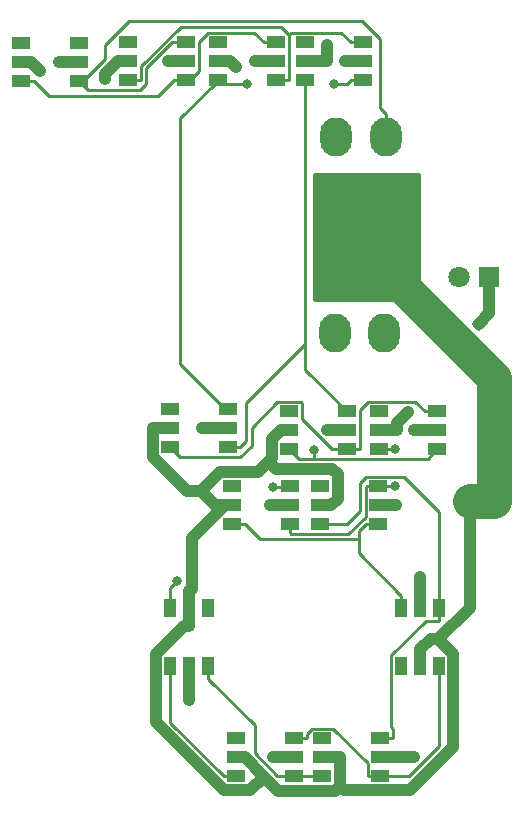
<source format=gbr>
G04 #@! TF.GenerationSoftware,KiCad,Pcbnew,(5.1.6)-1*
G04 #@! TF.CreationDate,2021-08-23T12:19:07+10:00*
G04 #@! TF.ProjectId,AV COOL PCB V2,41562043-4f4f-44c2-9050-43422056322e,rev?*
G04 #@! TF.SameCoordinates,Original*
G04 #@! TF.FileFunction,Copper,L1,Top*
G04 #@! TF.FilePolarity,Positive*
%FSLAX46Y46*%
G04 Gerber Fmt 4.6, Leading zero omitted, Abs format (unit mm)*
G04 Created by KiCad (PCBNEW (5.1.6)-1) date 2021-08-23 12:19:07*
%MOMM*%
%LPD*%
G01*
G04 APERTURE LIST*
G04 #@! TA.AperFunction,SMDPad,CuDef*
%ADD10R,1.000000X1.500000*%
G04 #@! TD*
G04 #@! TA.AperFunction,SMDPad,CuDef*
%ADD11R,1.500000X1.000000*%
G04 #@! TD*
G04 #@! TA.AperFunction,ComponentPad*
%ADD12O,2.700000X3.300000*%
G04 #@! TD*
G04 #@! TA.AperFunction,ComponentPad*
%ADD13C,1.800000*%
G04 #@! TD*
G04 #@! TA.AperFunction,ComponentPad*
%ADD14R,1.800000X1.800000*%
G04 #@! TD*
G04 #@! TA.AperFunction,ViaPad*
%ADD15C,1.000000*%
G04 #@! TD*
G04 #@! TA.AperFunction,ViaPad*
%ADD16C,0.800000*%
G04 #@! TD*
G04 #@! TA.AperFunction,Conductor*
%ADD17C,1.000000*%
G04 #@! TD*
G04 #@! TA.AperFunction,Conductor*
%ADD18C,3.000000*%
G04 #@! TD*
G04 #@! TA.AperFunction,Conductor*
%ADD19C,0.250000*%
G04 #@! TD*
G04 #@! TA.AperFunction,Conductor*
%ADD20C,0.254000*%
G04 #@! TD*
G04 APERTURE END LIST*
D10*
G04 #@! TO.P,D14,1*
G04 #@! TO.N,Net-(D14-Pad1)*
X226136000Y-85180000D03*
G04 #@! TO.P,D14,2*
G04 #@! TO.N,/LED+5V*
X224536000Y-85180000D03*
G04 #@! TO.P,D14,3*
G04 #@! TO.N,/DATAOUT*
X222936000Y-85180000D03*
G04 #@! TO.P,D14,6*
G04 #@! TO.N,Net-(D12-Pad3)*
X226136000Y-90080000D03*
G04 #@! TO.P,D14,5*
G04 #@! TO.N,/LEDGND*
X224536000Y-90080000D03*
G04 #@! TO.P,D14,4*
G04 #@! TO.N,Net-(D13-Pad3)*
X222936000Y-90080000D03*
G04 #@! TD*
D11*
G04 #@! TO.P,D13,1*
G04 #@! TO.N,Net-(D13-Pad1)*
X228526000Y-96190000D03*
G04 #@! TO.P,D13,2*
G04 #@! TO.N,/LED+5V*
X228526000Y-97790000D03*
G04 #@! TO.P,D13,3*
G04 #@! TO.N,Net-(D13-Pad3)*
X228526000Y-99390000D03*
G04 #@! TO.P,D13,6*
G04 #@! TO.N,Net-(D11-Pad3)*
X233426000Y-96190000D03*
G04 #@! TO.P,D13,5*
G04 #@! TO.N,/LEDGND*
X233426000Y-97790000D03*
G04 #@! TO.P,D13,4*
G04 #@! TO.N,Net-(D12-Pad3)*
X233426000Y-99390000D03*
G04 #@! TD*
G04 #@! TO.P,D12,1*
G04 #@! TO.N,Net-(D12-Pad1)*
X235802000Y-96190000D03*
G04 #@! TO.P,D12,2*
G04 #@! TO.N,/LED+5V*
X235802000Y-97790000D03*
G04 #@! TO.P,D12,3*
G04 #@! TO.N,Net-(D12-Pad3)*
X235802000Y-99390000D03*
G04 #@! TO.P,D12,6*
G04 #@! TO.N,Net-(D10-Pad3)*
X240702000Y-96190000D03*
G04 #@! TO.P,D12,5*
G04 #@! TO.N,/LEDGND*
X240702000Y-97790000D03*
G04 #@! TO.P,D12,4*
G04 #@! TO.N,Net-(D11-Pad3)*
X240702000Y-99390000D03*
G04 #@! TD*
D10*
G04 #@! TO.P,D11,1*
G04 #@! TO.N,Net-(D11-Pad1)*
X242494000Y-90080000D03*
G04 #@! TO.P,D11,2*
G04 #@! TO.N,/LED+5V*
X244094000Y-90080000D03*
G04 #@! TO.P,D11,3*
G04 #@! TO.N,Net-(D11-Pad3)*
X245694000Y-90080000D03*
G04 #@! TO.P,D11,6*
G04 #@! TO.N,Net-(D10-Pad4)*
X242494000Y-85180000D03*
G04 #@! TO.P,D11,5*
G04 #@! TO.N,/LEDGND*
X244094000Y-85180000D03*
G04 #@! TO.P,D11,4*
G04 #@! TO.N,Net-(D10-Pad3)*
X245694000Y-85180000D03*
G04 #@! TD*
D11*
G04 #@! TO.P,D10,1*
G04 #@! TO.N,Net-(D10-Pad1)*
X235638000Y-74854000D03*
G04 #@! TO.P,D10,2*
G04 #@! TO.N,/LED+5V*
X235638000Y-76454000D03*
G04 #@! TO.P,D10,3*
G04 #@! TO.N,Net-(D10-Pad3)*
X235638000Y-78054000D03*
G04 #@! TO.P,D10,6*
G04 #@! TO.N,Net-(D10-Pad6)*
X240538000Y-74854000D03*
G04 #@! TO.P,D10,5*
G04 #@! TO.N,/LEDGND*
X240538000Y-76454000D03*
G04 #@! TO.P,D10,4*
G04 #@! TO.N,Net-(D10-Pad4)*
X240538000Y-78054000D03*
G04 #@! TD*
G04 #@! TO.P,D9,1*
G04 #@! TO.N,Net-(D9-Pad1)*
X228182000Y-74854000D03*
G04 #@! TO.P,D9,2*
G04 #@! TO.N,/LED+5V*
X228182000Y-76454000D03*
G04 #@! TO.P,D9,3*
G04 #@! TO.N,Net-(D10-Pad4)*
X228182000Y-78054000D03*
G04 #@! TO.P,D9,6*
G04 #@! TO.N,Net-(D7-Pad3)*
X233082000Y-74854000D03*
G04 #@! TO.P,D9,5*
G04 #@! TO.N,/LEDGND*
X233082000Y-76454000D03*
G04 #@! TO.P,D9,4*
G04 #@! TO.N,Net-(D10-Pad6)*
X233082000Y-78054000D03*
G04 #@! TD*
G04 #@! TO.P,D8,1*
G04 #@! TO.N,Net-(D8-Pad1)*
X240628000Y-68504000D03*
G04 #@! TO.P,D8,2*
G04 #@! TO.N,/LED+5V*
X240628000Y-70104000D03*
G04 #@! TO.P,D8,3*
G04 #@! TO.N,Net-(D10-Pad6)*
X240628000Y-71704000D03*
G04 #@! TO.P,D8,6*
G04 #@! TO.N,Net-(D6-Pad3)*
X245528000Y-68504000D03*
G04 #@! TO.P,D8,5*
G04 #@! TO.N,/LEDGND*
X245528000Y-70104000D03*
G04 #@! TO.P,D8,4*
G04 #@! TO.N,Net-(D7-Pad3)*
X245528000Y-71704000D03*
G04 #@! TD*
G04 #@! TO.P,D7,1*
G04 #@! TO.N,Net-(D7-Pad1)*
X233008000Y-68504000D03*
G04 #@! TO.P,D7,2*
G04 #@! TO.N,/LED+5V*
X233008000Y-70104000D03*
G04 #@! TO.P,D7,3*
G04 #@! TO.N,Net-(D7-Pad3)*
X233008000Y-71704000D03*
G04 #@! TO.P,D7,6*
G04 #@! TO.N,Net-(D5-Pad3)*
X237908000Y-68504000D03*
G04 #@! TO.P,D7,5*
G04 #@! TO.N,/LEDGND*
X237908000Y-70104000D03*
G04 #@! TO.P,D7,4*
G04 #@! TO.N,Net-(D6-Pad3)*
X237908000Y-71704000D03*
G04 #@! TD*
G04 #@! TO.P,D6,1*
G04 #@! TO.N,Net-(D6-Pad1)*
X222938000Y-68326000D03*
G04 #@! TO.P,D6,2*
G04 #@! TO.N,/LED+5V*
X222938000Y-69926000D03*
G04 #@! TO.P,D6,3*
G04 #@! TO.N,Net-(D6-Pad3)*
X222938000Y-71526000D03*
G04 #@! TO.P,D6,6*
G04 #@! TO.N,Net-(D4-Pad3)*
X227838000Y-68326000D03*
G04 #@! TO.P,D6,5*
G04 #@! TO.N,/LEDGND*
X227838000Y-69926000D03*
G04 #@! TO.P,D6,4*
G04 #@! TO.N,Net-(D5-Pad3)*
X227838000Y-71526000D03*
G04 #@! TD*
G04 #@! TO.P,D5,1*
G04 #@! TO.N,Net-(D5-Pad1)*
X234368000Y-37262000D03*
G04 #@! TO.P,D5,2*
G04 #@! TO.N,/LED+5V*
X234368000Y-38862000D03*
G04 #@! TO.P,D5,3*
G04 #@! TO.N,Net-(D5-Pad3)*
X234368000Y-40462000D03*
G04 #@! TO.P,D5,6*
G04 #@! TO.N,Net-(D3-Pad3)*
X239268000Y-37262000D03*
G04 #@! TO.P,D5,5*
G04 #@! TO.N,/LEDGND*
X239268000Y-38862000D03*
G04 #@! TO.P,D5,4*
G04 #@! TO.N,Net-(D4-Pad3)*
X239268000Y-40462000D03*
G04 #@! TD*
G04 #@! TO.P,D4,1*
G04 #@! TO.N,Net-(D4-Pad1)*
X227002000Y-37262000D03*
G04 #@! TO.P,D4,2*
G04 #@! TO.N,/LED+5V*
X227002000Y-38862000D03*
G04 #@! TO.P,D4,3*
G04 #@! TO.N,Net-(D4-Pad3)*
X227002000Y-40462000D03*
G04 #@! TO.P,D4,6*
G04 #@! TO.N,Net-(D2-Pad3)*
X231902000Y-37262000D03*
G04 #@! TO.P,D4,5*
G04 #@! TO.N,/LEDGND*
X231902000Y-38862000D03*
G04 #@! TO.P,D4,4*
G04 #@! TO.N,Net-(D3-Pad3)*
X231902000Y-40462000D03*
G04 #@! TD*
G04 #@! TO.P,D3,1*
G04 #@! TO.N,Net-(D3-Pad1)*
X219382000Y-37262000D03*
G04 #@! TO.P,D3,2*
G04 #@! TO.N,/LED+5V*
X219382000Y-38862000D03*
G04 #@! TO.P,D3,3*
G04 #@! TO.N,Net-(D3-Pad3)*
X219382000Y-40462000D03*
G04 #@! TO.P,D3,6*
G04 #@! TO.N,/DATAIN*
X224282000Y-37262000D03*
G04 #@! TO.P,D3,5*
G04 #@! TO.N,/LEDGND*
X224282000Y-38862000D03*
G04 #@! TO.P,D3,4*
G04 #@! TO.N,Net-(D2-Pad3)*
X224282000Y-40462000D03*
G04 #@! TD*
G04 #@! TO.P,D2,1*
G04 #@! TO.N,Net-(D2-Pad1)*
X210312000Y-37338000D03*
G04 #@! TO.P,D2,2*
G04 #@! TO.N,/LED+5V*
X210312000Y-38938000D03*
G04 #@! TO.P,D2,3*
G04 #@! TO.N,Net-(D2-Pad3)*
X210312000Y-40538000D03*
G04 #@! TO.P,D2,6*
G04 #@! TO.N,Net-(D2-Pad6)*
X215212000Y-37338000D03*
G04 #@! TO.P,D2,5*
G04 #@! TO.N,/LEDGND*
X215212000Y-38938000D03*
G04 #@! TO.P,D2,4*
G04 #@! TO.N,/DATAIN*
X215212000Y-40538000D03*
G04 #@! TD*
G04 #@! TO.P,R1,2*
G04 #@! TO.N,/LED+5V*
G04 #@! TA.AperFunction,SMDPad,CuDef*
G36*
G01*
X248032163Y-61739445D02*
X248394556Y-62101837D01*
G75*
G02*
X248394556Y-62411197I-154680J-154680D01*
G01*
X248085197Y-62720556D01*
G75*
G02*
X247775837Y-62720556I-154680J154680D01*
G01*
X247413444Y-62358163D01*
G75*
G02*
X247413444Y-62048803I154680J154680D01*
G01*
X247722803Y-61739444D01*
G75*
G02*
X248032163Y-61739444I154680J-154680D01*
G01*
G37*
G04 #@! TD.AperFunction*
G04 #@! TO.P,R1,1*
G04 #@! TO.N,Net-(D1-Pad1)*
G04 #@! TA.AperFunction,SMDPad,CuDef*
G36*
G01*
X249145857Y-60625751D02*
X249508250Y-60988143D01*
G75*
G02*
X249508250Y-61297503I-154680J-154680D01*
G01*
X249198891Y-61606862D01*
G75*
G02*
X248889531Y-61606862I-154680J154680D01*
G01*
X248527138Y-61244469D01*
G75*
G02*
X248527138Y-60935109I154680J154680D01*
G01*
X248836497Y-60625750D01*
G75*
G02*
X249145857Y-60625750I154680J-154680D01*
G01*
G37*
G04 #@! TD.AperFunction*
G04 #@! TD*
D12*
G04 #@! TO.P,J2,4*
G04 #@! TO.N,/DATAOUT*
X236846000Y-61888000D03*
G04 #@! TO.P,J2,3*
G04 #@! TO.N,/LEDGND*
X241046000Y-61888000D03*
G04 #@! TO.P,J2,2*
G04 #@! TO.N,/LED+5V*
X236846000Y-56388000D03*
G04 #@! TO.P,J2,1*
G04 #@! TA.AperFunction,ComponentPad*
G36*
G01*
X242396000Y-54988001D02*
X242396000Y-57787999D01*
G75*
G02*
X242145999Y-58038000I-250001J0D01*
G01*
X239946001Y-58038000D01*
G75*
G02*
X239696000Y-57787999I0J250001D01*
G01*
X239696000Y-54988001D01*
G75*
G02*
X239946001Y-54738000I250001J0D01*
G01*
X242145999Y-54738000D01*
G75*
G02*
X242396000Y-54988001I0J-250001D01*
G01*
G37*
G04 #@! TD.AperFunction*
G04 #@! TD*
G04 #@! TO.P,J1,4*
G04 #@! TO.N,/DATAIN*
X241182000Y-45300000D03*
G04 #@! TO.P,J1,3*
G04 #@! TO.N,/LEDGND*
X236982000Y-45300000D03*
G04 #@! TO.P,J1,2*
G04 #@! TO.N,/LED+5V*
X241182000Y-50800000D03*
G04 #@! TO.P,J1,1*
G04 #@! TA.AperFunction,ComponentPad*
G36*
G01*
X235632000Y-52199999D02*
X235632000Y-49400001D01*
G75*
G02*
X235882001Y-49150000I250001J0D01*
G01*
X238081999Y-49150000D01*
G75*
G02*
X238332000Y-49400001I0J-250001D01*
G01*
X238332000Y-52199999D01*
G75*
G02*
X238081999Y-52450000I-250001J0D01*
G01*
X235882001Y-52450000D01*
G75*
G02*
X235632000Y-52199999I0J250001D01*
G01*
G37*
G04 #@! TD.AperFunction*
G04 #@! TD*
D13*
G04 #@! TO.P,D1,2*
G04 #@! TO.N,/LEDGND*
X247396000Y-57150000D03*
D14*
G04 #@! TO.P,D1,1*
G04 #@! TO.N,Net-(D1-Pad1)*
X249936000Y-57150000D03*
G04 #@! TD*
D15*
G04 #@! TO.N,/LEDGND*
X243586000Y-97790000D03*
X231648000Y-97790000D03*
X224536000Y-92964000D03*
X231394000Y-76454000D03*
X244094000Y-82550000D03*
X236220000Y-70104000D03*
X243586000Y-70104000D03*
X213538000Y-38938000D03*
X222758000Y-38862000D03*
X230124000Y-38862000D03*
X237744000Y-38862000D03*
X242062000Y-76454000D03*
X225628000Y-69926000D03*
G04 #@! TO.N,/LED+5V*
X243057000Y-68535600D03*
X236180000Y-37454800D03*
X228452300Y-39377500D03*
X211891500Y-39672400D03*
X248262000Y-76096000D03*
X249278000Y-76096000D03*
X250340000Y-76096000D03*
X217424000Y-40386000D03*
D16*
G04 #@! TO.N,/DATAOUT*
X223504000Y-82862100D03*
G04 #@! TO.N,Net-(D4-Pad3)*
X236786600Y-40807100D03*
X229382700Y-40807100D03*
G04 #@! TO.N,Net-(D7-Pad3)*
X235089001Y-71742999D03*
X231648000Y-74930000D03*
G04 #@! TO.N,Net-(D10-Pad6)*
X241986000Y-71704000D03*
X241986000Y-74854000D03*
G04 #@! TD*
D17*
G04 #@! TO.N,/LEDGND*
X240702000Y-97790000D02*
X243586000Y-97790000D01*
X233426000Y-97790000D02*
X231648000Y-97790000D01*
X224536000Y-90080000D02*
X224536000Y-92964000D01*
X233082000Y-76454000D02*
X231394000Y-76454000D01*
X244094000Y-85180000D02*
X244094000Y-82550000D01*
X237908000Y-70104000D02*
X236220000Y-70104000D01*
X245528000Y-70104000D02*
X243586000Y-70104000D01*
X215212000Y-38938000D02*
X213538000Y-38938000D01*
X224282000Y-38862000D02*
X222758000Y-38862000D01*
X231902000Y-38862000D02*
X230124000Y-38862000D01*
X239268000Y-38862000D02*
X237744000Y-38862000D01*
X240538000Y-76454000D02*
X242062000Y-76454000D01*
X242062000Y-76454000D02*
X242062000Y-76454000D01*
X227838000Y-69926000D02*
X225628000Y-69926000D01*
X225628000Y-69926000D02*
X225628000Y-69926000D01*
G04 #@! TO.N,/LED+5V*
X240628000Y-70104000D02*
X242078300Y-70104000D01*
X243057000Y-68535600D02*
X242078300Y-69514300D01*
X242078300Y-69514300D02*
X242078300Y-70104000D01*
X230848200Y-99411200D02*
X229226900Y-97790000D01*
X229226900Y-97790000D02*
X228526000Y-97790000D01*
X237252300Y-100234000D02*
X236879600Y-100606700D01*
X236879600Y-100606700D02*
X232043600Y-100606700D01*
X232043600Y-100606700D02*
X230848200Y-99411200D01*
X224536000Y-86630300D02*
X224052600Y-86630300D01*
X224052600Y-86630300D02*
X221686400Y-88996500D01*
X221686400Y-88996500D02*
X221686400Y-94817900D01*
X221686400Y-94817900D02*
X227458900Y-100590400D01*
X227458900Y-100590400D02*
X229669000Y-100590400D01*
X229669000Y-100590400D02*
X230848200Y-99411200D01*
X224536000Y-85180000D02*
X224536000Y-86630300D01*
X224536000Y-84454800D02*
X224536000Y-85180000D01*
X224536000Y-84454800D02*
X224536000Y-83729700D01*
X237252300Y-97790000D02*
X237252300Y-100234000D01*
X237252300Y-100234000D02*
X237608700Y-100590400D01*
X237608700Y-100590400D02*
X243197700Y-100590400D01*
X243197700Y-100590400D02*
X246894400Y-96893700D01*
X246894400Y-96893700D02*
X246894400Y-89040000D01*
X246894400Y-89040000D02*
X245610800Y-87756400D01*
X245610800Y-87756400D02*
X244967300Y-87756400D01*
X244967300Y-87756400D02*
X244094000Y-88629700D01*
X248262000Y-76096000D02*
X248262000Y-85105200D01*
X248262000Y-85105200D02*
X245610800Y-87756400D01*
X235802000Y-97790000D02*
X237252300Y-97790000D01*
X227540800Y-76454000D02*
X227540800Y-76454900D01*
X227540800Y-76454900D02*
X227540700Y-76454900D01*
X227540700Y-76454900D02*
X224744600Y-79251000D01*
X224744600Y-79251000D02*
X224744600Y-83521100D01*
X224744600Y-83521100D02*
X224536000Y-83729700D01*
X228182000Y-76454000D02*
X227540800Y-76454000D01*
X227456900Y-76454000D02*
X226731700Y-76454000D01*
X227456900Y-76454000D02*
X227540800Y-76454000D01*
X225550200Y-75203300D02*
X226731700Y-76384800D01*
X226731700Y-76384800D02*
X226731700Y-76454000D01*
X233008000Y-70104000D02*
X232308800Y-70104000D01*
X232308800Y-70104000D02*
X231557600Y-70855200D01*
X231557600Y-70855200D02*
X231557600Y-72416900D01*
X230329800Y-73644700D02*
X227108800Y-73644700D01*
X227108800Y-73644700D02*
X225550200Y-75203300D01*
X221487700Y-69926000D02*
X221487700Y-72391500D01*
X221487700Y-72391500D02*
X224299500Y-75203300D01*
X224299500Y-75203300D02*
X225550200Y-75203300D01*
X222938000Y-69926000D02*
X221487700Y-69926000D01*
X244094000Y-90080000D02*
X244094000Y-88629700D01*
X218471998Y-38862000D02*
X217424000Y-39909998D01*
X219382000Y-38862000D02*
X218471998Y-38862000D01*
X217424000Y-39909998D02*
X217424000Y-40386000D01*
X217424000Y-40386000D02*
X217424000Y-40386000D01*
X211157100Y-38938000D02*
X211891500Y-39672400D01*
X210312000Y-38938000D02*
X211157100Y-38938000D01*
X227936800Y-38862000D02*
X228452300Y-39377500D01*
X227002000Y-38862000D02*
X227936800Y-38862000D01*
X236180000Y-38800000D02*
X236180000Y-37454800D01*
X236118000Y-38862000D02*
X236180000Y-38800000D01*
X234368000Y-38862000D02*
X236118000Y-38862000D01*
X231850011Y-73354011D02*
X231235250Y-72739250D01*
X237088001Y-73793999D02*
X236648013Y-73354011D01*
X237088001Y-75914001D02*
X237088001Y-73793999D01*
X236648013Y-73354011D02*
X231850011Y-73354011D01*
X236548002Y-76454000D02*
X237088001Y-75914001D01*
X235638000Y-76454000D02*
X236548002Y-76454000D01*
X231235250Y-72739250D02*
X230329800Y-73644700D01*
X231557600Y-72416900D02*
X231235250Y-72739250D01*
D18*
X248262000Y-76096000D02*
X250340000Y-76096000D01*
X250340000Y-65682000D02*
X241046000Y-56388000D01*
X250340000Y-76096000D02*
X250340000Y-65682000D01*
D17*
G04 #@! TO.N,Net-(D1-Pad1)*
X249017694Y-61116306D02*
X249936000Y-60198000D01*
X249936000Y-60198000D02*
X249936000Y-57150000D01*
D19*
G04 #@! TO.N,/DATAIN*
X217372000Y-37513300D02*
X219447000Y-35437900D01*
X219447000Y-35437900D02*
X239164000Y-35437900D01*
X239164000Y-35437900D02*
X240707000Y-36980400D01*
X240707000Y-36980400D02*
X240707000Y-42849700D01*
X240707000Y-42849700D02*
X241182000Y-43324700D01*
X241182000Y-43324700D02*
X241182000Y-45300000D01*
X215212000Y-40538000D02*
X215494000Y-40538000D01*
X215494000Y-40538000D02*
X217372000Y-38660000D01*
X217372000Y-38660000D02*
X217372000Y-37513300D01*
X220392001Y-41287001D02*
X215961001Y-41287001D01*
X223102579Y-37262000D02*
X220907010Y-39457502D01*
X215961001Y-41287001D02*
X215212000Y-40538000D01*
X220907010Y-40771992D02*
X220392001Y-41287001D01*
X220907010Y-39457502D02*
X220907010Y-40771992D01*
X224282000Y-37262000D02*
X223102579Y-37262000D01*
G04 #@! TO.N,Net-(D10-Pad4)*
X228182000Y-78054000D02*
X229257000Y-78054000D01*
X229257000Y-78054000D02*
X230533000Y-79329900D01*
X230533000Y-79329900D02*
X238907000Y-79329900D01*
X240538000Y-78054000D02*
X239463000Y-78054000D01*
X239463000Y-78054000D02*
X238907000Y-78609300D01*
X238907000Y-78609300D02*
X238907000Y-79329900D01*
X242494000Y-85180000D02*
X242494000Y-84104700D01*
X242494000Y-84104700D02*
X238907000Y-80518100D01*
X238907000Y-80518100D02*
X238907000Y-79329900D01*
G04 #@! TO.N,/DATAOUT*
X223504000Y-82862100D02*
X222936000Y-83429900D01*
X222936000Y-83429900D02*
X222936000Y-85180000D01*
G04 #@! TO.N,Net-(D2-Pad3)*
X224282000Y-40462000D02*
X224579000Y-40462000D01*
X224579000Y-40462000D02*
X225357000Y-39683300D01*
X225357000Y-39683300D02*
X225357000Y-37183400D01*
X225357000Y-37183400D02*
X226104000Y-36436700D01*
X226104000Y-36436700D02*
X230001000Y-36436700D01*
X230001000Y-36436700D02*
X230827000Y-37262000D01*
X230827000Y-37262000D02*
X231902000Y-37262000D01*
X210312000Y-40538000D02*
X211387000Y-40538000D01*
X211387000Y-40538000D02*
X212633000Y-41783500D01*
X212633000Y-41783500D02*
X221885000Y-41783500D01*
X221885000Y-41783500D02*
X223207000Y-40462000D01*
X223207000Y-40462000D02*
X224282000Y-40462000D01*
G04 #@! TO.N,Net-(D3-Pad3)*
X231902000Y-40462000D02*
X232977000Y-40462000D01*
X232977000Y-40462000D02*
X232977000Y-36601200D01*
X239268000Y-37262000D02*
X238193000Y-37262000D01*
X238193000Y-37262000D02*
X237367000Y-36436700D01*
X237367000Y-36436700D02*
X233142000Y-36436700D01*
X233142000Y-36436700D02*
X232977000Y-36601200D01*
X219382000Y-40462000D02*
X220457000Y-40462000D01*
X220457000Y-40462000D02*
X220457000Y-39271100D01*
X220457000Y-39271100D02*
X223791000Y-35937200D01*
X223791000Y-35937200D02*
X232313000Y-35937200D01*
X232313000Y-35937200D02*
X232977000Y-36601200D01*
G04 #@! TO.N,Net-(D4-Pad3)*
X239268000Y-40462000D02*
X238192700Y-40462000D01*
X236786600Y-40807100D02*
X237847600Y-40807100D01*
X237847600Y-40807100D02*
X238192700Y-40462000D01*
X226702000Y-40762000D02*
X229337600Y-40762000D01*
X229337600Y-40762000D02*
X229382700Y-40807100D01*
X226702000Y-40762000D02*
X227002000Y-40462000D01*
X227838000Y-68326000D02*
X227584000Y-68326000D01*
X227584000Y-68326000D02*
X223774000Y-64516000D01*
X223774000Y-64516000D02*
X223774000Y-43690000D01*
X223774000Y-43690000D02*
X226702000Y-40762000D01*
G04 #@! TO.N,Net-(D5-Pad3)*
X228838000Y-71526000D02*
X229362000Y-71002000D01*
X227838000Y-71526000D02*
X228838000Y-71526000D01*
X229362000Y-71002000D02*
X229362000Y-67818000D01*
X234368000Y-40462000D02*
X234368000Y-62812000D01*
X237908000Y-68504000D02*
X237414000Y-68504000D01*
X229362000Y-67818000D02*
X234368000Y-62812000D01*
X234368000Y-64964000D02*
X237908000Y-68504000D01*
X234368000Y-62812000D02*
X234368000Y-64964000D01*
G04 #@! TO.N,Net-(D6-Pad3)*
X237908000Y-71704000D02*
X238983000Y-71704000D01*
X238983000Y-71704000D02*
X238983000Y-68380300D01*
X238983000Y-68380300D02*
X239685000Y-67678700D01*
X239685000Y-67678700D02*
X243627000Y-67678700D01*
X243627000Y-67678700D02*
X244453000Y-68504000D01*
X244453000Y-68504000D02*
X245528000Y-68504000D01*
X223763001Y-72351001D02*
X222938000Y-71526000D01*
X229812010Y-71386992D02*
X228848001Y-72351001D01*
X229812010Y-69864988D02*
X229812010Y-71386992D01*
X231997999Y-67678999D02*
X229812010Y-69864988D01*
X228848001Y-72351001D02*
X223763001Y-72351001D01*
X234018001Y-67678999D02*
X231997999Y-67678999D01*
X234083001Y-69133741D02*
X234083001Y-67743999D01*
X236653260Y-71704000D02*
X234083001Y-69133741D01*
X234083001Y-67743999D02*
X234018001Y-67678999D01*
X237908000Y-71704000D02*
X236653260Y-71704000D01*
G04 #@! TO.N,Net-(D7-Pad3)*
X233082000Y-71778000D02*
X233008000Y-71704000D01*
X233833001Y-72529001D02*
X233008000Y-71704000D01*
X245528000Y-71704000D02*
X244702999Y-72529001D01*
X235089001Y-72529001D02*
X235089001Y-71742999D01*
X235089001Y-72529001D02*
X233833001Y-72529001D01*
X244702999Y-72529001D02*
X235089001Y-72529001D01*
X235089001Y-71742999D02*
X235089001Y-71742999D01*
X233082000Y-74854000D02*
X231648000Y-74930000D01*
X231648000Y-74930000D02*
X231724000Y-74854000D01*
G04 #@! TO.N,Net-(D10-Pad6)*
X239538000Y-74854000D02*
X240538000Y-74854000D01*
X237999888Y-78879001D02*
X239462999Y-77415890D01*
X233157001Y-78879001D02*
X237999888Y-78879001D01*
X233082000Y-78804000D02*
X233157001Y-78879001D01*
X239462999Y-74929001D02*
X239538000Y-74854000D01*
X239462999Y-77415890D02*
X239462999Y-74929001D01*
X233082000Y-78054000D02*
X233082000Y-78804000D01*
X240628000Y-71704000D02*
X241986000Y-71704000D01*
X241986000Y-71704000D02*
X241986000Y-71704000D01*
X240538000Y-74854000D02*
X241986000Y-74854000D01*
X241986000Y-74854000D02*
X241986000Y-74854000D01*
G04 #@! TO.N,Net-(D10-Pad3)*
X245694000Y-85180000D02*
X245694000Y-86255300D01*
X245694000Y-86255300D02*
X244540000Y-86255300D01*
X244540000Y-86255300D02*
X241643000Y-89152200D01*
X241643000Y-89152200D02*
X241643000Y-95230200D01*
X241643000Y-95230200D02*
X241777000Y-95364700D01*
X241777000Y-95364700D02*
X241777000Y-96190000D01*
X241777000Y-96190000D02*
X240702000Y-96190000D01*
X245694000Y-78308000D02*
X245694000Y-85180000D01*
X245694000Y-77038000D02*
X245694000Y-78308000D01*
X242684600Y-74028600D02*
X245694000Y-77038000D01*
X237922000Y-78054000D02*
X239012989Y-76963011D01*
X239012989Y-76963011D02*
X239012990Y-74544008D01*
X239012990Y-74544008D02*
X239528398Y-74028600D01*
X235638000Y-78054000D02*
X237922000Y-78054000D01*
X239528398Y-74028600D02*
X242684600Y-74028600D01*
G04 #@! TO.N,Net-(D11-Pad3)*
X240702000Y-99390000D02*
X239627000Y-99390000D01*
X239627000Y-99390000D02*
X239627000Y-98287500D01*
X239627000Y-98287500D02*
X236704000Y-95364700D01*
X236704000Y-95364700D02*
X234914000Y-95364700D01*
X234914000Y-95364700D02*
X234501000Y-95777300D01*
X234501000Y-95777300D02*
X234501000Y-96190000D01*
X234501000Y-96190000D02*
X233426000Y-96190000D01*
X245694000Y-90080000D02*
X245694000Y-96861900D01*
X245694000Y-96861900D02*
X243166000Y-99390000D01*
X243166000Y-99390000D02*
X240702000Y-99390000D01*
G04 #@! TO.N,Net-(D12-Pad3)*
X235802000Y-99390000D02*
X233426000Y-99390000D01*
X233426000Y-99390000D02*
X231996000Y-99390000D01*
X231996000Y-99390000D02*
X230053000Y-97446900D01*
X230053000Y-97446900D02*
X230053000Y-95072000D01*
X230053000Y-95072000D02*
X226136000Y-91155300D01*
X226136000Y-91155300D02*
X226136000Y-90080000D01*
G04 #@! TO.N,Net-(D13-Pad3)*
X228526000Y-99390000D02*
X227451000Y-99390000D01*
X227451000Y-99390000D02*
X222936000Y-94875300D01*
X222936000Y-94875300D02*
X222936000Y-90080000D01*
G04 #@! TD*
D20*
G04 #@! TO.N,/LED+5V*
G36*
X243967000Y-59055000D02*
G01*
X235128000Y-59055000D01*
X235128000Y-48387000D01*
X243967000Y-48387000D01*
X243967000Y-59055000D01*
G37*
X243967000Y-59055000D02*
X235128000Y-59055000D01*
X235128000Y-48387000D01*
X243967000Y-48387000D01*
X243967000Y-59055000D01*
G04 #@! TD*
M02*

</source>
